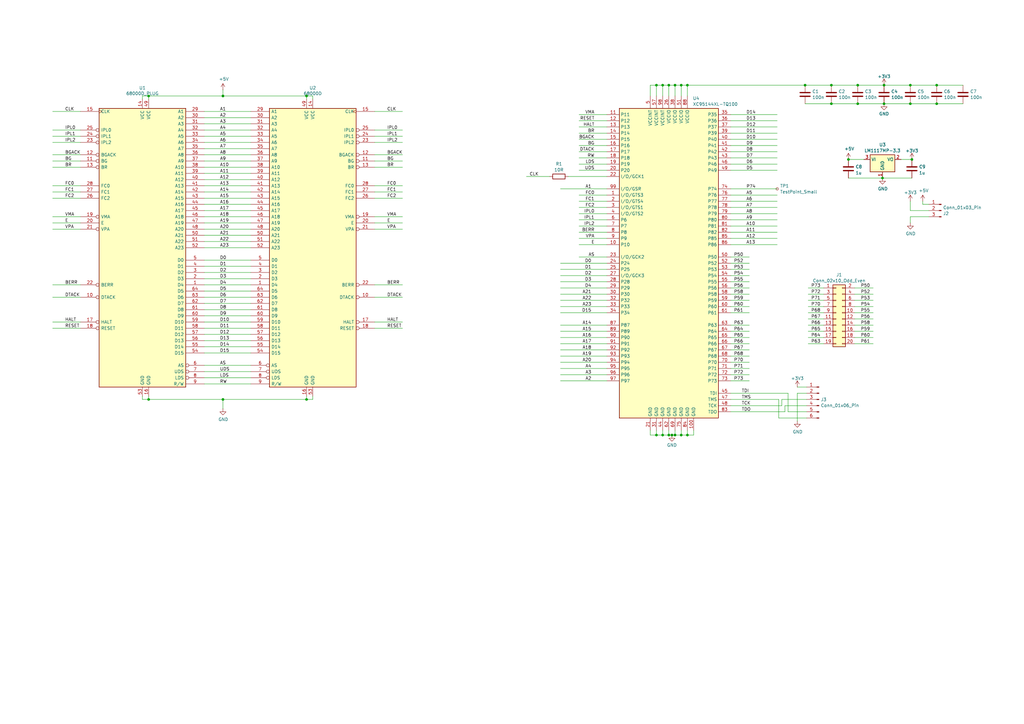
<source format=kicad_sch>
(kicad_sch (version 20231120) (generator "eeschema") (generator_version "8.0")
  (paper "A3")
  (title_block (title "68K CPLD Devboard") (date "2024-09-12") (rev "1") (company "D Henderson"))
  (lib_symbols
    (symbol "68000d_plug:68000D_PLUG" (pin_names (offset 0.762))
      (property "Reference" "U" (at 0 2.54 0))
      (property "Value" "68000D_PLUG" (at 0 -3.81 0))
      (symbol "68000D_PLUG_1_1"
        (pin bidirectional line (at 25.4 -15.24 180) (length 7.62) (name "D4") (number "1"))
        (pin output inverted (at -25.4 -20.32 0) (length 7.62) (name "DTACK") (number "10"))
        (pin input inverted (at -25.4 35.56 0) (length 7.62) (name "BG") (number "11"))
        (pin output inverted (at -25.4 38.1 0) (length 7.62) (name "BGACK") (number "12"))
        (pin output inverted (at -25.4 33.02 0) (length 7.62) (name "BR") (number "13"))
        (pin power_out line (at 0 60.96 270) (length 3.81) (name "VCC") (number "14"))
        (pin output clock (at -25.4 55.88 0) (length 7.62) (name "CLK") (number "15"))
        (pin power_in line (at 2.54 -60.96 90) (length 3.81) (name "GND") (number "16"))
        (pin bidirectional inverted (at -25.4 -30.48 0) (length 7.62) (name "HALT") (number "17"))
        (pin bidirectional inverted (at -25.4 -33.02 0) (length 7.62) (name "RESET") (number "18"))
        (pin input inverted (at -25.4 12.7 0) (length 7.62) (name "VMA") (number "19"))
        (pin bidirectional line (at 25.4 -12.7 180) (length 7.62) (name "D3") (number "2"))
        (pin input line (at -25.4 10.16 0) (length 7.62) (name "E") (number "20"))
        (pin output inverted (at -25.4 7.62 0) (length 7.62) (name "VPA") (number "21"))
        (pin output inverted (at -25.4 -15.24 0) (length 7.62) (name "BERR") (number "22"))
        (pin output inverted (at -25.4 43.18 0) (length 7.62) (name "IPL2") (number "23"))
        (pin output inverted (at -25.4 45.72 0) (length 7.62) (name "IPL1") (number "24"))
        (pin output inverted (at -25.4 48.26 0) (length 7.62) (name "IPL0") (number "25"))
        (pin input line (at -25.4 20.32 0) (length 7.62) (name "FC2") (number "26"))
        (pin input line (at -25.4 22.86 0) (length 7.62) (name "FC1") (number "27"))
        (pin input line (at -25.4 25.4 0) (length 7.62) (name "FC0") (number "28"))
        (pin input line (at 25.4 55.88 180) (length 7.62) (name "A1") (number "29"))
        (pin bidirectional line (at 25.4 -10.16 180) (length 7.62) (name "D2") (number "3"))
        (pin input line (at 25.4 53.34 180) (length 7.62) (name "A2") (number "30"))
        (pin input line (at 25.4 50.8 180) (length 7.62) (name "A3") (number "31"))
        (pin input line (at 25.4 48.26 180) (length 7.62) (name "A4") (number "32"))
        (pin input line (at 25.4 45.72 180) (length 7.62) (name "A5") (number "33"))
        (pin input line (at 25.4 43.18 180) (length 7.62) (name "A6") (number "34"))
        (pin input line (at 25.4 40.64 180) (length 7.62) (name "A7") (number "35"))
        (pin input line (at 25.4 38.1 180) (length 7.62) (name "A8") (number "36"))
        (pin input line (at 25.4 35.56 180) (length 7.62) (name "A9") (number "37"))
        (pin input line (at 25.4 33.02 180) (length 7.62) (name "A10") (number "38"))
        (pin input line (at 25.4 30.48 180) (length 7.62) (name "A11") (number "39"))
        (pin bidirectional line (at 25.4 -7.62 180) (length 7.62) (name "D1") (number "4"))
        (pin input line (at 25.4 27.94 180) (length 7.62) (name "A12") (number "40"))
        (pin input line (at 25.4 25.4 180) (length 7.62) (name "A13") (number "41"))
        (pin input line (at 25.4 22.86 180) (length 7.62) (name "A14") (number "42"))
        (pin input line (at 25.4 20.32 180) (length 7.62) (name "A15") (number "43"))
        (pin input line (at 25.4 17.78 180) (length 7.62) (name "A16") (number "44"))
        (pin input line (at 25.4 15.24 180) (length 7.62) (name "A17") (number "45"))
        (pin input line (at 25.4 12.7 180) (length 7.62) (name "A18") (number "46"))
        (pin input line (at 25.4 10.16 180) (length 7.62) (name "A19") (number "47"))
        (pin input line (at 25.4 7.62 180) (length 7.62) (name "A20") (number "48"))
        (pin power_in line (at 2.54 60.96 270) (length 3.81) (name "VCC") (number "49"))
        (pin bidirectional line (at 25.4 -5.08 180) (length 7.62) (name "D0") (number "5"))
        (pin input line (at 25.4 5.08 180) (length 7.62) (name "A21") (number "50"))
        (pin input line (at 25.4 2.54 180) (length 7.62) (name "A22") (number "51"))
        (pin input line (at 25.4 0 180) (length 7.62) (name "A23") (number "52"))
        (pin power_out line (at 0 -60.96 90) (length 3.81) (name "GND") (number "53"))
        (pin bidirectional line (at 25.4 -43.18 180) (length 7.62) (name "D15") (number "54"))
        (pin bidirectional line (at 25.4 -40.64 180) (length 7.62) (name "D14") (number "55"))
        (pin bidirectional line (at 25.4 -38.1 180) (length 7.62) (name "D13") (number "56"))
        (pin bidirectional line (at 25.4 -35.56 180) (length 7.62) (name "D12") (number "57"))
        (pin bidirectional line (at 25.4 -33.02 180) (length 7.62) (name "D11") (number "58"))
        (pin bidirectional line (at 25.4 -30.48 180) (length 7.62) (name "D10") (number "59"))
        (pin input inverted (at 25.4 -48.26 180) (length 7.62) (name "AS") (number "6"))
        (pin bidirectional line (at 25.4 -27.94 180) (length 7.62) (name "D9") (number "60"))
        (pin bidirectional line (at 25.4 -25.4 180) (length 7.62) (name "D8") (number "61"))
        (pin bidirectional line (at 25.4 -22.86 180) (length 7.62) (name "D7") (number "62"))
        (pin bidirectional line (at 25.4 -20.32 180) (length 7.62) (name "D6") (number "63"))
        (pin bidirectional line (at 25.4 -17.78 180) (length 7.62) (name "D5") (number "64"))
        (pin input inverted (at 25.4 -50.8 180) (length 7.62) (name "UDS") (number "7"))
        (pin input inverted (at 25.4 -53.34 180) (length 7.62) (name "LDS") (number "8"))
        (pin input line (at 25.4 -55.88 180) (length 7.62) (name "R/W") (number "9"))
      )
    )
    (symbol "CPLD_Xilinx:XC95144XL-TQ100"
      (property "Reference" "U" (at -20.32 64.77 0))
      (property "Value" "XC95144XL-TQ100" (at -20.32 -64.77 0))
      (symbol "XC95144XL-TQ100_1_1"
        (pin bidirectional line (at -25.4 27.94 0) (length 5.08) (name "I/O/GTS3") (number "1"))
        (pin bidirectional line (at -25.4 7.62 0) (length 5.08) (name "P10") (number "10"))
        (pin power_in line (at 10.16 -68.58 90) (length 5.08) (name "GND") (number "100"))
        (pin bidirectional line (at -25.4 60.96 0) (length 5.08) (name "P11") (number "11"))
        (pin bidirectional line (at -25.4 58.42 0) (length 5.08) (name "P12") (number "12"))
        (pin bidirectional line (at -25.4 55.88 0) (length 5.08) (name "P13") (number "13"))
        (pin bidirectional line (at -25.4 53.34 0) (length 5.08) (name "P14") (number "14"))
        (pin bidirectional line (at -25.4 50.8 0) (length 5.08) (name "P15") (number "15"))
        (pin bidirectional line (at -25.4 48.26 0) (length 5.08) (name "P16") (number "16"))
        (pin bidirectional line (at -25.4 45.72 0) (length 5.08) (name "P17") (number "17"))
        (pin bidirectional line (at -25.4 43.18 0) (length 5.08) (name "P18") (number "18"))
        (pin bidirectional line (at -25.4 40.64 0) (length 5.08) (name "P19") (number "19"))
        (pin bidirectional line (at -25.4 25.4 0) (length 5.08) (name "I/O/GTS4") (number "2"))
        (pin bidirectional line (at -25.4 38.1 0) (length 5.08) (name "P20") (number "20"))
        (pin power_in line (at -7.62 -68.58 90) (length 5.08) (name "GND") (number "21"))
        (pin bidirectional line (at -25.4 35.56 0) (length 5.08) (name "I/O/GCK1") (number "22"))
        (pin bidirectional line (at -25.4 2.54 0) (length 5.08) (name "I/O/GCK2") (number "23"))
        (pin bidirectional line (at -25.4 0 0) (length 5.08) (name "P24") (number "24"))
        (pin bidirectional line (at -25.4 -2.54 0) (length 5.08) (name "P25") (number "25"))
        (pin power_in line (at 0 68.58 270) (length 5.08) (name "VCCIO") (number "26"))
        (pin bidirectional line (at -25.4 -5.08 0) (length 5.08) (name "I/O/GCK3") (number "27"))
        (pin bidirectional line (at -25.4 -7.62 0) (length 5.08) (name "P28") (number "28"))
        (pin bidirectional line (at -25.4 -10.16 0) (length 5.08) (name "P29") (number "29"))
        (pin bidirectional line (at -25.4 22.86 0) (length 5.08) (name "I/O/GTS1") (number "3"))
        (pin bidirectional line (at -25.4 -12.7 0) (length 5.08) (name "P30") (number "30"))
        (pin power_in line (at -5.08 -68.58 90) (length 5.08) (name "GND") (number "31"))
        (pin bidirectional line (at -25.4 -15.24 0) (length 5.08) (name "P32") (number "32"))
        (pin bidirectional line (at -25.4 -17.78 0) (length 5.08) (name "P33") (number "33"))
        (pin bidirectional line (at -25.4 -20.32 0) (length 5.08) (name "P34") (number "34"))
        (pin bidirectional line (at 25.4 60.96 180) (length 5.08) (name "P35") (number "35"))
        (pin bidirectional line (at 25.4 58.42 180) (length 5.08) (name "P36") (number "36"))
        (pin bidirectional line (at 25.4 55.88 180) (length 5.08) (name "P37") (number "37"))
        (pin power_in line (at 2.54 68.58 270) (length 5.08) (name "VCCIO") (number "38"))
        (pin bidirectional line (at 25.4 53.34 180) (length 5.08) (name "P39") (number "39"))
        (pin bidirectional line (at -25.4 20.32 0) (length 5.08) (name "I/O/GTS2") (number "4"))
        (pin bidirectional line (at 25.4 50.8 180) (length 5.08) (name "P40") (number "40"))
        (pin bidirectional line (at 25.4 48.26 180) (length 5.08) (name "P41") (number "41"))
        (pin bidirectional line (at 25.4 45.72 180) (length 5.08) (name "P42") (number "42"))
        (pin bidirectional line (at 25.4 43.18 180) (length 5.08) (name "P43") (number "43"))
        (pin power_in line (at -2.54 -68.58 90) (length 5.08) (name "GND") (number "44"))
        (pin input line (at 25.4 -53.34 180) (length 5.08) (name "TDI") (number "45"))
        (pin bidirectional line (at 25.4 40.64 180) (length 5.08) (name "P46") (number "46"))
        (pin input line (at 25.4 -55.88 180) (length 5.08) (name "TMS") (number "47"))
        (pin input line (at 25.4 -58.42 180) (length 5.08) (name "TCK") (number "48"))
        (pin bidirectional line (at 25.4 38.1 180) (length 5.08) (name "P49") (number "49"))
        (pin power_in line (at -7.62 68.58 270) (length 5.08) (name "VCCINT") (number "5"))
        (pin bidirectional line (at 25.4 2.54 180) (length 5.08) (name "P50") (number "50"))
        (pin power_in line (at 5.08 68.58 270) (length 5.08) (name "VCCIO") (number "51"))
        (pin bidirectional line (at 25.4 0 180) (length 5.08) (name "P52") (number "52"))
        (pin bidirectional line (at 25.4 -2.54 180) (length 5.08) (name "P53") (number "53"))
        (pin bidirectional line (at 25.4 -5.08 180) (length 5.08) (name "P54") (number "54"))
        (pin bidirectional line (at 25.4 -7.62 180) (length 5.08) (name "P55") (number "55"))
        (pin bidirectional line (at 25.4 -10.16 180) (length 5.08) (name "P56") (number "56"))
        (pin power_in line (at -5.08 68.58 270) (length 5.08) (name "VCCINT") (number "57"))
        (pin bidirectional line (at 25.4 -12.7 180) (length 5.08) (name "P58") (number "58"))
        (pin bidirectional line (at 25.4 -15.24 180) (length 5.08) (name "P59") (number "59"))
        (pin bidirectional line (at -25.4 17.78 0) (length 5.08) (name "P6") (number "6"))
        (pin bidirectional line (at 25.4 -17.78 180) (length 5.08) (name "P60") (number "60"))
        (pin bidirectional line (at 25.4 -20.32 180) (length 5.08) (name "P61") (number "61"))
        (pin power_in line (at 0 -68.58 90) (length 5.08) (name "GND") (number "62"))
        (pin bidirectional line (at 25.4 -25.4 180) (length 5.08) (name "P63") (number "63"))
        (pin bidirectional line (at 25.4 -27.94 180) (length 5.08) (name "P64") (number "64"))
        (pin bidirectional line (at 25.4 -30.48 180) (length 5.08) (name "P65") (number "65"))
        (pin bidirectional line (at 25.4 -33.02 180) (length 5.08) (name "P66") (number "66"))
        (pin bidirectional line (at 25.4 -35.56 180) (length 5.08) (name "P67") (number "67"))
        (pin bidirectional line (at 25.4 -38.1 180) (length 5.08) (name "P68") (number "68"))
        (pin power_in line (at 2.54 -68.58 90) (length 5.08) (name "GND") (number "69"))
        (pin bidirectional line (at -25.4 15.24 0) (length 5.08) (name "P7") (number "7"))
        (pin bidirectional line (at 25.4 -40.64 180) (length 5.08) (name "P70") (number "70"))
        (pin bidirectional line (at 25.4 -43.18 180) (length 5.08) (name "P71") (number "71"))
        (pin bidirectional line (at 25.4 -45.72 180) (length 5.08) (name "P72") (number "72"))
        (pin bidirectional line (at 25.4 -48.26 180) (length 5.08) (name "P73") (number "73"))
        (pin bidirectional line (at 25.4 30.48 180) (length 5.08) (name "P74") (number "74"))
        (pin power_in line (at 5.08 -68.58 90) (length 5.08) (name "GND") (number "75"))
        (pin bidirectional line (at 25.4 27.94 180) (length 5.08) (name "P76") (number "76"))
        (pin bidirectional line (at 25.4 25.4 180) (length 5.08) (name "P77") (number "77"))
        (pin bidirectional line (at 25.4 22.86 180) (length 5.08) (name "P78") (number "78"))
        (pin bidirectional line (at 25.4 20.32 180) (length 5.08) (name "P79") (number "79"))
        (pin bidirectional line (at -25.4 12.7 0) (length 5.08) (name "P8") (number "8"))
        (pin bidirectional line (at 25.4 17.78 180) (length 5.08) (name "P80") (number "80"))
        (pin bidirectional line (at 25.4 15.24 180) (length 5.08) (name "P81") (number "81"))
        (pin bidirectional line (at 25.4 12.7 180) (length 5.08) (name "P82") (number "82"))
        (pin output line (at 25.4 -60.96 180) (length 5.08) (name "TDO") (number "83"))
        (pin power_in line (at 7.62 -68.58 90) (length 5.08) (name "GND") (number "84"))
        (pin bidirectional line (at 25.4 10.16 180) (length 5.08) (name "P85") (number "85"))
        (pin bidirectional line (at 25.4 7.62 180) (length 5.08) (name "P86") (number "86"))
        (pin bidirectional line (at -25.4 -25.4 0) (length 5.08) (name "P87") (number "87"))
        (pin power_in line (at 7.62 68.58 270) (length 5.08) (name "VCCIO") (number "88"))
        (pin bidirectional line (at -25.4 -27.94 0) (length 5.08) (name "P89") (number "89"))
        (pin bidirectional line (at -25.4 10.16 0) (length 5.08) (name "P9") (number "9"))
        (pin bidirectional line (at -25.4 -30.48 0) (length 5.08) (name "P90") (number "90"))
        (pin bidirectional line (at -25.4 -33.02 0) (length 5.08) (name "P91") (number "91"))
        (pin bidirectional line (at -25.4 -35.56 0) (length 5.08) (name "P92") (number "92"))
        (pin bidirectional line (at -25.4 -38.1 0) (length 5.08) (name "P93") (number "93"))
        (pin bidirectional line (at -25.4 -40.64 0) (length 5.08) (name "P94") (number "94"))
        (pin bidirectional line (at -25.4 -43.18 0) (length 5.08) (name "P95") (number "95"))
        (pin bidirectional line (at -25.4 -45.72 0) (length 5.08) (name "P96") (number "96"))
        (pin bidirectional line (at -25.4 -48.26 0) (length 5.08) (name "P97") (number "97"))
        (pin power_in line (at -2.54 68.58 270) (length 5.08) (name "VCCINT") (number "98"))
        (pin bidirectional line (at -25.4 30.48 0) (length 5.08) (name "I/O/GSR") (number "99"))
      )
    )
    (symbol "CPU_NXP_68000:68000D" (pin_names (offset 0.762))
      (property "Reference" "U" (at 0 2.54 0))
      (property "Value" "68000D" (at 0 -3.81 0))
      (symbol "68000D_1_1"
        (pin bidirectional line (at 25.4 -15.24 180) (length 7.62) (name "D4") (number "1"))
        (pin input inverted (at -25.4 -20.32 0) (length 7.62) (name "DTACK") (number "10"))
        (pin output inverted (at -25.4 35.56 0) (length 7.62) (name "BG") (number "11"))
        (pin input inverted (at -25.4 38.1 0) (length 7.62) (name "BGACK") (number "12"))
        (pin input inverted (at -25.4 33.02 0) (length 7.62) (name "BR") (number "13"))
        (pin power_in line (at 0 60.96 270) (length 3.81) (name "VCC") (number "14"))
        (pin input clock (at -25.4 55.88 0) (length 7.62) (name "CLK") (number "15"))
        (pin power_in line (at 2.54 -60.96 90) (length 3.81) (name "GND") (number "16"))
        (pin bidirectional inverted (at -25.4 -30.48 0) (length 7.62) (name "HALT") (number "17"))
        (pin bidirectional inverted (at -25.4 -33.02 0) (length 7.62) (name "RESET") (number "18"))
        (pin output inverted (at -25.4 12.7 0) (length 7.62) (name "VMA") (number "19"))
        (pin bidirectional line (at 25.4 -12.7 180) (length 7.62) (name "D3") (number "2"))
        (pin output line (at -25.4 10.16 0) (length 7.62) (name "E") (number "20"))
        (pin input inverted (at -25.4 7.62 0) (length 7.62) (name "VPA") (number "21"))
        (pin input inverted (at -25.4 -15.24 0) (length 7.62) (name "BERR") (number "22"))
        (pin input inverted (at -25.4 43.18 0) (length 7.62) (name "IPL2") (number "23"))
        (pin input inverted (at -25.4 45.72 0) (length 7.62) (name "IPL1") (number "24"))
        (pin input inverted (at -25.4 48.26 0) (length 7.62) (name "IPL0") (number "25"))
        (pin output line (at -25.4 20.32 0) (length 7.62) (name "FC2") (number "26"))
        (pin output line (at -25.4 22.86 0) (length 7.62) (name "FC1") (number "27"))
        (pin output line (at -25.4 25.4 0) (length 7.62) (name "FC0") (number "28"))
        (pin output line (at 25.4 55.88 180) (length 7.62) (name "A1") (number "29"))
        (pin bidirectional line (at 25.4 -10.16 180) (length 7.62) (name "D2") (number "3"))
        (pin output line (at 25.4 53.34 180) (length 7.62) (name "A2") (number "30"))
        (pin output line (at 25.4 50.8 180) (length 7.62) (name "A3") (number "31"))
        (pin output line (at 25.4 48.26 180) (length 7.62) (name "A4") (number "32"))
        (pin output line (at 25.4 45.72 180) (length 7.62) (name "A5") (number "33"))
        (pin output line (at 25.4 43.18 180) (length 7.62) (name "A6") (number "34"))
        (pin output line (at 25.4 40.64 180) (length 7.62) (name "A7") (number "35"))
        (pin output line (at 25.4 38.1 180) (length 7.62) (name "A8") (number "36"))
        (pin output line (at 25.4 35.56 180) (length 7.62) (name "A9") (number "37"))
        (pin output line (at 25.4 33.02 180) (length 7.62) (name "A10") (number "38"))
        (pin output line (at 25.4 30.48 180) (length 7.62) (name "A11") (number "39"))
        (pin bidirectional line (at 25.4 -7.62 180) (length 7.62) (name "D1") (number "4"))
        (pin output line (at 25.4 27.94 180) (length 7.62) (name "A12") (number "40"))
        (pin output line (at 25.4 25.4 180) (length 7.62) (name "A13") (number "41"))
        (pin output line (at 25.4 22.86 180) (length 7.62) (name "A14") (number "42"))
        (pin output line (at 25.4 20.32 180) (length 7.62) (name "A15") (number "43"))
        (pin output line (at 25.4 17.78 180) (length 7.62) (name "A16") (number "44"))
        (pin output line (at 25.4 15.24 180) (length 7.62) (name "A17") (number "45"))
        (pin output line (at 25.4 12.7 180) (length 7.62) (name "A18") (number "46"))
        (pin output line (at 25.4 10.16 180) (length 7.62) (name "A19") (number "47"))
        (pin output line (at 25.4 7.62 180) (length 7.62) (name "A20") (number "48"))
        (pin power_in line (at 2.54 60.96 270) (length 3.81) (name "VCC") (number "49"))
        (pin bidirectional line (at 25.4 -5.08 180) (length 7.62) (name "D0") (number "5"))
        (pin output line (at 25.4 5.08 180) (length 7.62) (name "A21") (number "50"))
        (pin output line (at 25.4 2.54 180) (length 7.62) (name "A22") (number "51"))
        (pin output line (at 25.4 0 180) (length 7.62) (name "A23") (number "52"))
        (pin power_in line (at 0 -60.96 90) (length 3.81) (name "GND") (number "53"))
        (pin bidirectional line (at 25.4 -43.18 180) (length 7.62) (name "D15") (number "54"))
        (pin bidirectional line (at 25.4 -40.64 180) (length 7.62) (name "D14") (number "55"))
        (pin bidirectional line (at 25.4 -38.1 180) (length 7.62) (name "D13") (number "56"))
        (pin bidirectional line (at 25.4 -35.56 180) (length 7.62) (name "D12") (number "57"))
        (pin bidirectional line (at 25.4 -33.02 180) (length 7.62) (name "D11") (number "58"))
        (pin bidirectional line (at 25.4 -30.48 180) (length 7.62) (name "D10") (number "59"))
        (pin output inverted (at 25.4 -48.26 180) (length 7.62) (name "AS") (number "6"))
        (pin bidirectional line (at 25.4 -27.94 180) (length 7.62) (name "D9") (number "60"))
        (pin bidirectional line (at 25.4 -25.4 180) (length 7.62) (name "D8") (number "61"))
        (pin bidirectional line (at 25.4 -22.86 180) (length 7.62) (name "D7") (number "62"))
        (pin bidirectional line (at 25.4 -20.32 180) (length 7.62) (name "D6") (number "63"))
        (pin bidirectional line (at 25.4 -17.78 180) (length 7.62) (name "D5") (number "64"))
        (pin output inverted (at 25.4 -50.8 180) (length 7.62) (name "UDS") (number "7"))
        (pin output inverted (at 25.4 -53.34 180) (length 7.62) (name "LDS") (number "8"))
        (pin output line (at 25.4 -55.88 180) (length 7.62) (name "R/W") (number "9"))
      )
    )
    (symbol "Connector:Conn_01x03_Pin" (pin_names (offset 1.016) hide)
      (property "Reference" "J" (at 0 5.08 0))
      (property "Value" "Conn_01x03_Pin" (at 0 -5.08 0))
      (symbol "Conn_01x03_Pin_1_1"
        (pin passive line (at 5.08 2.54 180) (length 3.81) (name "Pin_1") (number "1"))
        (pin passive line (at 5.08 0 180) (length 3.81) (name "Pin_2") (number "2"))
        (pin passive line (at 5.08 -2.54 180) (length 3.81) (name "Pin_3") (number "3"))
      )
    )
    (symbol "Connector:Conn_01x06_Pin" (pin_names (offset 1.016) hide)
      (property "Reference" "J" (at 0 7.62 0))
      (property "Value" "Conn_01x06_Pin" (at 0 -10.16 0))
      (symbol "Conn_01x06_Pin_1_1"
        (pin passive line (at 5.08 5.08 180) (length 3.81) (name "Pin_1") (number "1"))
        (pin passive line (at 5.08 2.54 180) (length 3.81) (name "Pin_2") (number "2"))
        (pin passive line (at 5.08 0 180) (length 3.81) (name "Pin_3") (number "3"))
        (pin passive line (at 5.08 -2.54 180) (length 3.81) (name "Pin_4") (number "4"))
        (pin passive line (at 5.08 -5.08 180) (length 3.81) (name "Pin_5") (number "5"))
        (pin passive line (at 5.08 -7.62 180) (length 3.81) (name "Pin_6") (number "6"))
      )
    )
    (symbol "Connector:TestPoint_Small" (pin_numbers hide) (pin_names (offset 0.762) hide)
      (property "Reference" "TP" (at 0 3.81 0))
      (property "Value" "TestPoint_Small" (at 0 2.032 0))
      (symbol "TestPoint_Small_1_1"
        (pin passive line (at 0 0 90) (length 0) (name "1") (number "1"))
      )
    )
    (symbol "Connector_Generic:Conn_02x10_Odd_Even" (pin_names (offset 1.016) hide)
      (property "Reference" "J" (at 1.27 12.7 0))
      (property "Value" "Conn_02x10_Odd_Even" (at 1.27 -15.24 0))
      (symbol "Conn_02x10_Odd_Even_1_1"
        (pin passive line (at -5.08 10.16 0) (length 3.81) (name "Pin_1") (number "1"))
        (pin passive line (at 7.62 0 180) (length 3.81) (name "Pin_10") (number "10"))
        (pin passive line (at -5.08 -2.54 0) (length 3.81) (name "Pin_11") (number "11"))
        (pin passive line (at 7.62 -2.54 180) (length 3.81) (name "Pin_12") (number "12"))
        (pin passive line (at -5.08 -5.08 0) (length 3.81) (name "Pin_13") (number "13"))
        (pin passive line (at 7.62 -5.08 180) (length 3.81) (name "Pin_14") (number "14"))
        (pin passive line (at -5.08 -7.62 0) (length 3.81) (name "Pin_15") (number "15"))
        (pin passive line (at 7.62 -7.62 180) (length 3.81) (name "Pin_16") (number "16"))
        (pin passive line (at -5.08 -10.16 0) (length 3.81) (name "Pin_17") (number "17"))
        (pin passive line (at 7.62 -10.16 180) (length 3.81) (name "Pin_18") (number "18"))
        (pin passive line (at -5.08 -12.7 0) (length 3.81) (name "Pin_19") (number "19"))
        (pin passive line (at 7.62 10.16 180) (length 3.81) (name "Pin_2") (number "2"))
        (pin passive line (at 7.62 -12.7 180) (length 3.81) (name "Pin_20") (number "20"))
        (pin passive line (at -5.08 7.62 0) (length 3.81) (name "Pin_3") (number "3"))
        (pin passive line (at 7.62 7.62 180) (length 3.81) (name "Pin_4") (number "4"))
        (pin passive line (at -5.08 5.08 0) (length 3.81) (name "Pin_5") (number "5"))
        (pin passive line (at 7.62 5.08 180) (length 3.81) (name "Pin_6") (number "6"))
        (pin passive line (at -5.08 2.54 0) (length 3.81) (name "Pin_7") (number "7"))
        (pin passive line (at 7.62 2.54 180) (length 3.81) (name "Pin_8") (number "8"))
        (pin passive line (at -5.08 0 0) (length 3.81) (name "Pin_9") (number "9"))
      )
    )
    (symbol "Device:C" (pin_numbers hide) (pin_names (offset 0.254))
      (property "Reference" "C" (at 0.635 2.54 0))
      (property "Value" "C" (at 0.635 -2.54 0))
      (symbol "C_1_1"
        (pin passive line (at 0 3.81 270) (length 2.794) (name "~") (number "1"))
        (pin passive line (at 0 -3.81 90) (length 2.794) (name "~") (number "2"))
      )
    )
    (symbol "Device:R" (pin_numbers hide) (pin_names (offset 0))
      (property "Reference" "R" (at 2.032 0 90))
      (property "Value" "R" (at 0 0 90))
      (symbol "R_1_1"
        (pin passive line (at 0 3.81 270) (length 1.27) (name "~") (number "1"))
        (pin passive line (at 0 -3.81 90) (length 1.27) (name "~") (number "2"))
      )
    )
    (symbol "Regulator_Linear:LM1117MP-3.3"
      (property "Reference" "U" (at -3.81 3.175 0))
      (property "Value" "LM1117MP-3.3" (at 0 3.175 0))
      (symbol "LM1117MP-3.3_1_1"
        (pin power_in line (at 0 -7.62 90) (length 2.54) (name "GND") (number "1"))
        (pin power_out line (at 7.62 0 180) (length 2.54) (name "VO") (number "2"))
        (pin power_in line (at -7.62 0 0) (length 2.54) (name "VI") (number "3"))
      )
    )
    (symbol "power:+3V3" (power) (pin_numbers hide) (pin_names (offset 0) hide)
      (property "Value" "+3V3" (at 0 3.556 0))
      (symbol "+3V3_1_1"
        (pin power_in line (at 0 0 90) (length 0) (name "~") (number "1"))
      )
    )
    (symbol "power:+5V" (power) (pin_numbers hide) (pin_names (offset 0) hide)
      (property "Value" "+5V" (at 0 3.556 0))
      (symbol "+5V_1_1"
        (pin power_in line (at 0 0 90) (length 0) (name "~") (number "1"))
      )
    )
    (symbol "power:GND" (power) (pin_numbers hide) (pin_names (offset 0) hide)
      (property "Value" "GND" (at 0 -3.81 0))
      (symbol "GND_1_1"
        (pin power_in line (at 0 0 270) (length 0) (name "~") (number "1"))
      )
    )
  )
  (junction (at 274.32 178.435))
  (junction (at 91.44 39.37))
  (junction (at 347.98 65.405))
  (junction (at 362.585 34.925))
  (junction (at 281.94 34.925))
  (junction (at 125.73 39.37))
  (junction (at 276.86 178.435))
  (junction (at 60.96 163.83))
  (junction (at 271.78 34.925))
  (junction (at 271.78 178.435))
  (junction (at 351.79 34.925))
  (junction (at 279.4 34.925))
  (junction (at 281.94 178.435))
  (junction (at 373.38 42.545))
  (junction (at 91.44 163.83))
  (junction (at 340.995 42.545))
  (junction (at 374.015 65.405))
  (junction (at 269.24 34.925))
  (junction (at 274.32 34.925))
  (junction (at 330.2 34.925))
  (junction (at 362.585 42.545))
  (junction (at 275.59 178.435))
  (junction (at 276.86 34.925))
  (junction (at 351.79 42.545))
  (junction (at 384.175 34.925))
  (junction (at 60.96 39.37))
  (junction (at 361.95 73.025))
  (junction (at 125.73 163.83))
  (junction (at 279.4 178.435))
  (junction (at 373.38 34.925))
  (junction (at 384.175 42.545))
  (junction (at 340.995 34.925))
  (junction (at 269.24 178.435))
  (wire (pts (xy 102.87 68.58) (xy 83.82 68.58)))
  (wire (pts (xy 318.77 49.53) (xy 299.72 49.53)))
  (wire (pts (xy 83.82 83.82) (xy 102.87 83.82)))
  (wire (pts (xy 165.1 91.44) (xy 153.67 91.44)))
  (wire (pts (xy 83.82 137.16) (xy 102.87 137.16)))
  (wire (pts (xy 299.72 110.49) (xy 307.34 110.49)))
  (wire (pts (xy 33.02 53.34) (xy 21.59 53.34)))
  (wire (pts (xy 276.86 34.925) (xy 276.86 39.37)))
  (wire (pts (xy 271.78 34.925) (xy 274.32 34.925)))
  (wire (pts (xy 165.1 93.98) (xy 153.67 93.98)))
  (wire (pts (xy 321.945 168.91) (xy 299.72 168.91)))
  (wire (pts (xy 299.72 90.17) (xy 318.77 90.17)))
  (wire (pts (xy 102.87 154.94) (xy 83.82 154.94)))
  (wire (pts (xy 237.49 46.99) (xy 248.92 46.99)))
  (wire (pts (xy 33.02 116.84) (xy 21.59 116.84)))
  (wire (pts (xy 83.82 96.52) (xy 102.87 96.52)))
  (wire (pts (xy 269.24 178.435) (xy 271.78 178.435)))
  (wire (pts (xy 299.72 156.21) (xy 307.34 156.21)))
  (wire (pts (xy 229.87 118.11) (xy 248.92 118.11)))
  (wire (pts (xy 327.025 161.29) (xy 327.025 172.72)))
  (wire (pts (xy 276.86 176.53) (xy 276.86 178.435)))
  (wire (pts (xy 125.73 39.37) (xy 125.73 40.64)))
  (wire (pts (xy 237.49 92.71) (xy 248.92 92.71)))
  (wire (pts (xy 102.87 86.36) (xy 83.82 86.36)))
  (wire (pts (xy 331.47 135.89) (xy 337.82 135.89)))
  (wire (pts (xy 358.14 133.35) (xy 350.52 133.35)))
  (wire (pts (xy 102.87 45.72) (xy 83.82 45.72)))
  (wire (pts (xy 165.1 116.84) (xy 153.67 116.84)))
  (wire (pts (xy 373.38 82.55) (xy 373.38 86.36)))
  (wire (pts (xy 299.72 52.07) (xy 318.77 52.07)))
  (wire (pts (xy 271.78 34.925) (xy 271.78 39.37)))
  (wire (pts (xy 229.87 110.49) (xy 248.92 110.49)))
  (wire (pts (xy 384.175 34.925) (xy 373.38 34.925)))
  (wire (pts (xy 378.46 82.55) (xy 378.46 83.82)))
  (wire (pts (xy 237.49 100.33) (xy 248.92 100.33)))
  (wire (pts (xy 362.585 34.925) (xy 351.79 34.925)))
  (wire (pts (xy 33.02 88.9) (xy 21.59 88.9)))
  (wire (pts (xy 33.02 134.62) (xy 21.59 134.62)))
  (wire (pts (xy 83.82 53.34) (xy 102.87 53.34)))
  (wire (pts (xy 358.14 120.65) (xy 350.52 120.65)))
  (wire (pts (xy 125.73 163.83) (xy 128.27 163.83)))
  (wire (pts (xy 248.92 138.43) (xy 229.87 138.43)))
  (wire (pts (xy 83.82 132.08) (xy 102.87 132.08)))
  (wire (pts (xy 274.32 178.435) (xy 275.59 178.435)))
  (wire (pts (xy 358.14 138.43) (xy 350.52 138.43)))
  (wire (pts (xy 102.87 99.06) (xy 83.82 99.06)))
  (wire (pts (xy 347.98 65.405) (xy 354.33 65.405)))
  (wire (pts (xy 331.47 118.11) (xy 337.82 118.11)))
  (wire (pts (xy 331.47 120.65) (xy 337.82 120.65)))
  (wire (pts (xy 33.02 68.58) (xy 21.59 68.58)))
  (wire (pts (xy 281.94 34.925) (xy 281.94 39.37)))
  (wire (pts (xy 33.02 66.04) (xy 21.59 66.04)))
  (wire (pts (xy 102.87 139.7) (xy 83.82 139.7)))
  (wire (pts (xy 60.96 162.56) (xy 60.96 163.83)))
  (wire (pts (xy 275.59 178.435) (xy 276.86 178.435)))
  (wire (pts (xy 165.1 58.42) (xy 153.67 58.42)))
  (wire (pts (xy 266.7 34.925) (xy 269.24 34.925)))
  (wire (pts (xy 248.92 64.77) (xy 237.49 64.77)))
  (wire (pts (xy 381 86.36) (xy 373.38 86.36)))
  (wire (pts (xy 274.32 34.925) (xy 274.32 39.37)))
  (wire (pts (xy 362.585 42.545) (xy 373.38 42.545)))
  (wire (pts (xy 381 83.82) (xy 378.46 83.82)))
  (wire (pts (xy 102.87 109.22) (xy 83.82 109.22)))
  (wire (pts (xy 299.72 163.83) (xy 319.405 163.83)))
  (wire (pts (xy 279.4 178.435) (xy 281.94 178.435)))
  (wire (pts (xy 125.73 163.83) (xy 125.73 162.56)))
  (wire (pts (xy 102.87 73.66) (xy 83.82 73.66)))
  (wire (pts (xy 83.82 76.2) (xy 102.87 76.2)))
  (wire (pts (xy 358.14 130.81) (xy 350.52 130.81)))
  (wire (pts (xy 373.38 34.925) (xy 362.585 34.925)))
  (wire (pts (xy 165.1 66.04) (xy 153.67 66.04)))
  (wire (pts (xy 237.49 69.85) (xy 248.92 69.85)))
  (wire (pts (xy 331.47 130.81) (xy 337.82 130.81)))
  (wire (pts (xy 269.24 34.925) (xy 269.24 39.37)))
  (wire (pts (xy 319.405 171.45) (xy 330.835 171.45)))
  (wire (pts (xy 299.72 143.51) (xy 307.34 143.51)))
  (wire (pts (xy 237.49 52.07) (xy 248.92 52.07)))
  (wire (pts (xy 33.02 81.28) (xy 21.59 81.28)))
  (wire (pts (xy 299.72 140.97) (xy 307.34 140.97)))
  (wire (pts (xy 340.995 42.545) (xy 351.79 42.545)))
  (wire (pts (xy 299.72 146.05) (xy 307.34 146.05)))
  (wire (pts (xy 318.77 54.61) (xy 299.72 54.61)))
  (wire (pts (xy 165.1 121.92) (xy 153.67 121.92)))
  (wire (pts (xy 351.79 34.925) (xy 340.995 34.925)))
  (wire (pts (xy 83.82 106.68) (xy 102.87 106.68)))
  (wire (pts (xy 269.24 34.925) (xy 271.78 34.925)))
  (wire (pts (xy 307.34 105.41) (xy 299.72 105.41)))
  (wire (pts (xy 299.72 153.67) (xy 307.34 153.67)))
  (wire (pts (xy 248.92 128.27) (xy 229.87 128.27)))
  (wire (pts (xy 299.72 148.59) (xy 307.34 148.59)))
  (wire (pts (xy 237.49 62.23) (xy 248.92 62.23)))
  (wire (pts (xy 83.82 71.12) (xy 102.87 71.12)))
  (wire (pts (xy 279.4 34.925) (xy 276.86 34.925)))
  (wire (pts (xy 102.87 127) (xy 83.82 127)))
  (wire (pts (xy 165.1 76.2) (xy 153.67 76.2)))
  (wire (pts (xy 83.82 124.46) (xy 102.87 124.46)))
  (wire (pts (xy 83.82 101.6) (xy 102.87 101.6)))
  (wire (pts (xy 281.94 34.925) (xy 279.4 34.925)))
  (wire (pts (xy 361.95 73.025) (xy 374.015 73.025)))
  (wire (pts (xy 60.96 163.83) (xy 91.44 163.83)))
  (wire (pts (xy 102.87 129.54) (xy 83.82 129.54)))
  (wire (pts (xy 331.47 125.73) (xy 337.82 125.73)))
  (wire (pts (xy 330.2 42.545) (xy 340.995 42.545)))
  (wire (pts (xy 165.1 81.28) (xy 153.67 81.28)))
  (wire (pts (xy 358.14 125.73) (xy 350.52 125.73)))
  (wire (pts (xy 229.87 133.35) (xy 248.92 133.35)))
  (wire (pts (xy 165.1 88.9) (xy 153.67 88.9)))
  (wire (pts (xy 307.34 133.35) (xy 299.72 133.35)))
  (wire (pts (xy 381 88.9) (xy 373.38 88.9)))
  (wire (pts (xy 318.77 92.71) (xy 299.72 92.71)))
  (wire (pts (xy 33.02 76.2) (xy 21.59 76.2)))
  (wire (pts (xy 165.1 68.58) (xy 153.67 68.58)))
  (wire (pts (xy 323.215 161.29) (xy 323.215 168.91)))
  (wire (pts (xy 237.49 49.53) (xy 248.92 49.53)))
  (wire (pts (xy 165.1 53.34) (xy 153.67 53.34)))
  (wire (pts (xy 83.82 88.9) (xy 102.87 88.9)))
  (wire (pts (xy 318.77 87.63) (xy 299.72 87.63)))
  (wire (pts (xy 237.49 90.17) (xy 248.92 90.17)))
  (wire (pts (xy 237.49 97.79) (xy 248.92 97.79)))
  (wire (pts (xy 83.82 119.38) (xy 102.87 119.38)))
  (wire (pts (xy 237.49 85.09) (xy 248.92 85.09)))
  (wire (pts (xy 266.7 176.53) (xy 266.7 178.435)))
  (wire (pts (xy 281.94 178.435) (xy 284.48 178.435)))
  (wire (pts (xy 299.72 135.89) (xy 307.34 135.89)))
  (wire (pts (xy 237.49 95.25) (xy 248.92 95.25)))
  (wire (pts (xy 279.4 34.925) (xy 279.4 39.37)))
  (wire (pts (xy 165.1 45.72) (xy 153.67 45.72)))
  (wire (pts (xy 237.49 87.63) (xy 248.92 87.63)))
  (wire (pts (xy 331.47 128.27) (xy 337.82 128.27)))
  (wire (pts (xy 299.72 166.37) (xy 320.675 166.37)))
  (wire (pts (xy 307.34 118.11) (xy 299.72 118.11)))
  (wire (pts (xy 102.87 58.42) (xy 83.82 58.42)))
  (wire (pts (xy 83.82 66.04) (xy 102.87 66.04)))
  (wire (pts (xy 299.72 138.43) (xy 307.34 138.43)))
  (wire (pts (xy 299.72 57.15) (xy 318.77 57.15)))
  (wire (pts (xy 83.82 111.76) (xy 102.87 111.76)))
  (wire (pts (xy 165.1 78.74) (xy 153.67 78.74)))
  (wire (pts (xy 33.02 55.88) (xy 21.59 55.88)))
  (wire (pts (xy 373.38 88.9) (xy 373.38 91.44)))
  (wire (pts (xy 215.9 72.39) (xy 225.425 72.39)))
  (wire (pts (xy 373.38 42.545) (xy 384.175 42.545)))
  (wire (pts (xy 102.87 157.48) (xy 83.82 157.48)))
  (wire (pts (xy 58.42 163.83) (xy 60.96 163.83)))
  (wire (pts (xy 299.72 107.95) (xy 307.34 107.95)))
  (wire (pts (xy 384.175 42.545) (xy 394.97 42.545)))
  (wire (pts (xy 299.72 95.25) (xy 318.77 95.25)))
  (wire (pts (xy 91.44 163.83) (xy 125.73 163.83)))
  (wire (pts (xy 330.835 161.29) (xy 327.025 161.29)))
  (wire (pts (xy 229.87 153.67) (xy 248.92 153.67)))
  (wire (pts (xy 299.72 151.13) (xy 307.34 151.13)))
  (wire (pts (xy 83.82 60.96) (xy 102.87 60.96)))
  (wire (pts (xy 33.02 45.72) (xy 21.59 45.72)))
  (wire (pts (xy 102.87 81.28) (xy 83.82 81.28)))
  (wire (pts (xy 33.02 121.92) (xy 21.59 121.92)))
  (wire (pts (xy 83.82 152.4) (xy 102.87 152.4)))
  (wire (pts (xy 165.1 55.88) (xy 153.67 55.88)))
  (wire (pts (xy 323.215 168.91) (xy 330.835 168.91)))
  (wire (pts (xy 299.72 123.19) (xy 307.34 123.19)))
  (wire (pts (xy 281.94 176.53) (xy 281.94 178.435)))
  (wire (pts (xy 237.49 80.01) (xy 248.92 80.01)))
  (wire (pts (xy 102.87 134.62) (xy 83.82 134.62)))
  (wire (pts (xy 102.87 63.5) (xy 83.82 63.5)))
  (wire (pts (xy 33.02 91.44) (xy 21.59 91.44)))
  (wire (pts (xy 331.47 140.97) (xy 337.82 140.97)))
  (wire (pts (xy 321.945 166.37) (xy 321.945 168.91)))
  (wire (pts (xy 165.1 134.62) (xy 153.67 134.62)))
  (wire (pts (xy 271.78 178.435) (xy 274.32 178.435)))
  (wire (pts (xy 307.34 113.03) (xy 299.72 113.03)))
  (wire (pts (xy 351.79 42.545) (xy 362.585 42.545)))
  (wire (pts (xy 229.87 77.47) (xy 248.92 77.47)))
  (wire (pts (xy 299.72 120.65) (xy 307.34 120.65)))
  (wire (pts (xy 307.34 128.27) (xy 299.72 128.27)))
  (wire (pts (xy 102.87 116.84) (xy 83.82 116.84)))
  (wire (pts (xy 276.86 34.925) (xy 274.32 34.925)))
  (wire (pts (xy 33.02 78.74) (xy 21.59 78.74)))
  (wire (pts (xy 319.405 163.83) (xy 319.405 171.45)))
  (wire (pts (xy 102.87 114.3) (xy 83.82 114.3)))
  (wire (pts (xy 102.87 121.92) (xy 83.82 121.92)))
  (wire (pts (xy 321.945 166.37) (xy 330.835 166.37)))
  (wire (pts (xy 33.02 63.5) (xy 21.59 63.5)))
  (wire (pts (xy 33.02 93.98) (xy 21.59 93.98)))
  (wire (pts (xy 347.98 73.025) (xy 361.95 73.025)))
  (wire (pts (xy 102.87 149.86) (xy 83.82 149.86)))
  (wire (pts (xy 248.92 67.31) (xy 237.49 67.31)))
  (wire (pts (xy 271.78 176.53) (xy 271.78 178.435)))
  (wire (pts (xy 102.87 78.74) (xy 83.82 78.74)))
  (wire (pts (xy 229.87 140.97) (xy 248.92 140.97)))
  (wire (pts (xy 248.92 105.41) (xy 237.49 105.41)))
  (wire (pts (xy 102.87 142.24) (xy 83.82 142.24)))
  (wire (pts (xy 229.87 146.05) (xy 248.92 146.05)))
  (wire (pts (xy 299.72 115.57) (xy 307.34 115.57)))
  (wire (pts (xy 237.49 54.61) (xy 248.92 54.61)))
  (wire (pts (xy 33.02 132.08) (xy 21.59 132.08)))
  (wire (pts (xy 60.96 39.37) (xy 60.96 40.64)))
  (wire (pts (xy 248.92 120.65) (xy 229.87 120.65)))
  (wire (pts (xy 318.77 67.31) (xy 299.72 67.31)))
  (wire (pts (xy 358.14 128.27) (xy 350.52 128.27)))
  (wire (pts (xy 299.72 161.29) (xy 323.215 161.29)))
  (wire (pts (xy 248.92 156.21) (xy 229.87 156.21)))
  (wire (pts (xy 102.87 91.44) (xy 83.82 91.44)))
  (wire (pts (xy 125.73 39.37) (xy 128.27 39.37)))
  (wire (pts (xy 229.87 123.19) (xy 248.92 123.19)))
  (wire (pts (xy 358.14 140.97) (xy 350.52 140.97)))
  (wire (pts (xy 269.24 176.53) (xy 269.24 178.435)))
  (wire (pts (xy 358.14 135.89) (xy 350.52 135.89)))
  (wire (pts (xy 284.48 178.435) (xy 284.48 176.53)))
  (wire (pts (xy 299.72 69.85) (xy 318.77 69.85)))
  (wire (pts (xy 299.72 64.77) (xy 318.77 64.77)))
  (wire (pts (xy 318.77 59.69) (xy 299.72 59.69)))
  (wire (pts (xy 330.2 34.925) (xy 281.94 34.925)))
  (wire (pts (xy 248.92 107.95) (xy 229.87 107.95)))
  (wire (pts (xy 358.14 118.11) (xy 350.52 118.11)))
  (wire (pts (xy 83.82 144.78) (xy 102.87 144.78)))
  (wire (pts (xy 58.42 39.37) (xy 58.42 40.64)))
  (wire (pts (xy 327.025 158.75) (xy 330.835 158.75)))
  (wire (pts (xy 279.4 176.53) (xy 279.4 178.435)))
  (wire (pts (xy 318.77 82.55) (xy 299.72 82.55)))
  (wire (pts (xy 307.34 125.73) (xy 299.72 125.73)))
  (wire (pts (xy 58.42 39.37) (xy 60.96 39.37)))
  (wire (pts (xy 33.02 58.42) (xy 21.59 58.42)))
  (wire (pts (xy 91.44 163.83) (xy 91.44 167.64)))
  (wire (pts (xy 248.92 143.51) (xy 229.87 143.51)))
  (wire (pts (xy 229.87 135.89) (xy 248.92 135.89)))
  (wire (pts (xy 128.27 163.83) (xy 128.27 162.56)))
  (wire (pts (xy 358.14 123.19) (xy 350.52 123.19)))
  (wire (pts (xy 331.47 123.19) (xy 337.82 123.19)))
  (wire (pts (xy 165.1 63.5) (xy 153.67 63.5)))
  (wire (pts (xy 320.675 163.83) (xy 330.835 163.83)))
  (wire (pts (xy 299.72 77.47) (xy 318.77 77.47)))
  (wire (pts (xy 229.87 115.57) (xy 248.92 115.57)))
  (wire (pts (xy 237.49 82.55) (xy 248.92 82.55)))
  (wire (pts (xy 237.49 59.69) (xy 248.92 59.69)))
  (wire (pts (xy 318.77 97.79) (xy 299.72 97.79)))
  (wire (pts (xy 320.675 166.37) (xy 320.675 163.83)))
  (wire (pts (xy 58.42 163.83) (xy 58.42 162.56)))
  (wire (pts (xy 331.47 133.35) (xy 337.82 133.35)))
  (wire (pts (xy 266.7 39.37) (xy 266.7 34.925)))
  (wire (pts (xy 318.77 46.99) (xy 299.72 46.99)))
  (wire (pts (xy 102.87 50.8) (xy 83.82 50.8)))
  (wire (pts (xy 299.72 100.33) (xy 318.77 100.33)))
  (wire (pts (xy 248.92 113.03) (xy 229.87 113.03)))
  (wire (pts (xy 128.27 39.37) (xy 128.27 40.64)))
  (wire (pts (xy 266.7 178.435) (xy 269.24 178.435)))
  (wire (pts (xy 318.77 62.23) (xy 299.72 62.23)))
  (wire (pts (xy 299.72 85.09) (xy 318.77 85.09)))
  (wire (pts (xy 165.1 132.08) (xy 153.67 132.08)))
  (wire (pts (xy 229.87 148.59) (xy 248.92 148.59)))
  (wire (pts (xy 91.44 39.37) (xy 91.44 36.83)))
  (wire (pts (xy 318.77 80.01) (xy 299.72 80.01)))
  (wire (pts (xy 248.92 151.13) (xy 229.87 151.13)))
  (wire (pts (xy 237.49 57.15) (xy 248.92 57.15)))
  (wire (pts (xy 274.32 176.53) (xy 274.32 178.435)))
  (wire (pts (xy 102.87 93.98) (xy 83.82 93.98)))
  (wire (pts (xy 331.47 138.43) (xy 337.82 138.43)))
  (wire (pts (xy 233.045 72.39) (xy 248.92 72.39)))
  (wire (pts (xy 83.82 48.26) (xy 102.87 48.26)))
  (wire (pts (xy 60.96 39.37) (xy 91.44 39.37)))
  (wire (pts (xy 102.87 55.88) (xy 83.82 55.88)))
  (wire (pts (xy 340.995 34.925) (xy 330.2 34.925)))
  (wire (pts (xy 248.92 125.73) (xy 229.87 125.73)))
  (wire (pts (xy 91.44 39.37) (xy 125.73 39.37)))
  (wire (pts (xy 276.86 178.435) (xy 279.4 178.435)))
  (wire (pts (xy 394.97 34.925) (xy 384.175 34.925)))
  (wire (pts (xy 369.57 65.405) (xy 374.015 65.405)))
  (label "D5" (at 306.07 69.85 0))
  (label "VPA" (at 158.75 93.98 0))
  (label "D8" (at 90.17 127 0))
  (label "D3" (at 90.17 114.3 0))
  (label "A1" (at 90.17 45.72 0))
  (label "TMS" (at 304.165 163.83 0))
  (label "A5" (at 90.17 55.88 0))
  (label "A19" (at 242.57 146.05 180))
  (label "VPA" (at 26.67 93.98 0))
  (label "P61" (at 356.87 140.97 180))
  (label "A23" (at 242.57 125.73 180))
  (label "DTACK" (at 243.84 62.23 180))
  (label "A17" (at 242.57 140.97 180))
  (label "A18" (at 242.57 143.51 180))
  (label "IPL0" (at 26.67 53.34 0))
  (label "P60" (at 300.99 125.73 0))
  (label "RW" (at 90.17 157.48 0))
  (label "D3" (at 242.57 115.57 180))
  (label "D7" (at 306.07 64.77 0))
  (label "A19" (at 90.17 91.44 0))
  (label "P65" (at 336.55 135.89 180))
  (label "LDS" (at 243.84 67.31 180))
  (label "D8" (at 306.07 62.23 0))
  (label "D4" (at 90.17 116.84 0))
  (label "AS" (at 90.17 149.86 0))
  (label "A14" (at 90.17 78.74 0))
  (label "FC0" (at 26.67 76.2 0))
  (label "VMA" (at 243.84 46.99 180))
  (label "P52" (at 300.99 107.95 0))
  (label "A10" (at 90.17 68.58 0))
  (label "A12" (at 306.07 97.79 0))
  (label "D4" (at 242.57 118.11 180))
  (label "P70" (at 300.99 148.59 0))
  (label "P54" (at 300.99 113.03 0))
  (label "A3" (at 242.57 153.67 180))
  (label "P55" (at 356.87 128.27 180))
  (label "P64" (at 336.55 138.43 180))
  (label "P68" (at 336.55 128.27 180))
  (label "A20" (at 242.57 148.59 180))
  (label "IPL1" (at 26.67 55.88 0))
  (label "BR" (at 243.84 54.61 180))
  (label "BERR" (at 158.75 116.84 0))
  (label "D15" (at 242.57 128.27 180))
  (label "BGACK" (at 243.84 57.15 180))
  (label "P71" (at 336.55 123.19 180))
  (label "A11" (at 90.17 71.12 0))
  (label "DTACK" (at 158.75 121.92 0))
  (label "E" (at 243.84 100.33 180))
  (label "D9" (at 306.07 59.69 0))
  (label "D12" (at 90.17 137.16 0))
  (label "BR" (at 26.67 68.58 0))
  (label "BERR" (at 243.84 95.25 180))
  (label "A22" (at 90.17 99.06 0))
  (label "HALT" (at 243.84 52.07 180))
  (label "UDS" (at 243.84 69.85 180))
  (label "P71" (at 300.99 151.13 0))
  (label "P58" (at 356.87 133.35 180))
  (label "RW" (at 243.84 64.77 180))
  (label "D13" (at 306.07 49.53 0))
  (label "A17" (at 90.17 86.36 0))
  (label "IPL2" (at 158.75 58.42 0))
  (label "P73" (at 336.55 118.11 180))
  (label "D0" (at 242.57 107.95 180))
  (label "P53" (at 356.87 123.19 180))
  (label "A1" (at 242.57 77.47 180))
  (label "D5" (at 90.17 119.38 0))
  (label "P63" (at 336.55 140.97 180))
  (label "LDS" (at 90.17 154.94 0))
  (label "FC1" (at 158.75 78.74 0))
  (label "P74" (at 306.07 77.47 0))
  (label "BG" (at 243.84 59.69 180))
  (label "P58" (at 300.99 120.65 0))
  (label "P50" (at 300.99 105.41 0))
  (label "A21" (at 242.57 120.65 180))
  (label "P55" (at 300.99 115.57 0))
  (label "D10" (at 90.17 132.08 0))
  (label "IPL2" (at 26.67 58.42 0))
  (label "A4" (at 90.17 53.34 0))
  (label "A4" (at 242.57 151.13 180))
  (label "P65" (at 300.99 138.43 0))
  (label "P50" (at 356.87 118.11 180))
  (label "BERR" (at 26.67 116.84 0))
  (label "A7" (at 90.17 60.96 0))
  (label "TDI" (at 304.165 161.29 0))
  (label "TDO" (at 304.165 168.91 0))
  (label "IPL1" (at 243.84 90.17 180))
  (label "CLK" (at 217.17 72.39 0))
  (label "D0" (at 90.17 106.68 0))
  (label "BGACK" (at 158.75 63.5 0))
  (label "D11" (at 306.07 54.61 0))
  (label "E" (at 158.75 91.44 0))
  (label "A18" (at 90.17 88.9 0))
  (label "P66" (at 300.99 140.97 0))
  (label "A15" (at 242.57 135.89 180))
  (label "DTACK" (at 26.67 121.92 0))
  (label "P63" (at 300.99 133.35 0))
  (label "D15" (at 90.17 144.78 0))
  (label "P59" (at 356.87 135.89 180))
  (label "FC1" (at 243.84 82.55 180))
  (label "P53" (at 300.99 110.49 0))
  (label "D10" (at 306.07 57.15 0))
  (label "D1" (at 242.57 110.49 180))
  (label "FC0" (at 158.75 76.2 0))
  (label "P68" (at 300.99 146.05 0))
  (label "IPL0" (at 243.84 87.63 180))
  (label "P67" (at 336.55 130.81 180))
  (label "A16" (at 90.17 83.82 0))
  (label "HALT" (at 26.67 132.08 0))
  (label "D1" (at 90.17 109.22 0))
  (label "IPL2" (at 243.84 92.71 180))
  (label "D13" (at 90.17 139.7 0))
  (label "CLK" (at 26.67 45.72 0))
  (label "A22" (at 242.57 123.19 180))
  (label "A13" (at 90.17 76.2 0))
  (label "A8" (at 306.07 87.63 0))
  (label "P64" (at 300.99 135.89 0))
  (label "A11" (at 306.07 95.25 0))
  (label "VMA" (at 158.75 88.9 0))
  (label "FC2" (at 26.67 81.28 0))
  (label "A2" (at 90.17 48.26 0))
  (label "A16" (at 242.57 138.43 180))
  (label "FC2" (at 158.75 81.28 0))
  (label "D2" (at 90.17 111.76 0))
  (label "A14" (at 242.57 133.35 180))
  (label "P70" (at 336.55 125.73 180))
  (label "A8" (at 90.17 63.5 0))
  (label "P73" (at 300.99 156.21 0))
  (label "A3" (at 90.17 50.8 0))
  (label "VMA" (at 26.67 88.9 0))
  (label "A23" (at 90.17 101.6 0))
  (label "A7" (at 306.07 85.09 0))
  (label "AS" (at 243.84 105.41 180))
  (label "D7" (at 90.17 124.46 0))
  (label "A9" (at 306.07 90.17 0))
  (label "P67" (at 300.99 143.51 0))
  (label "VPA" (at 243.84 97.79 180))
  (label "P66" (at 336.55 133.35 180))
  (label "P59" (at 300.99 123.19 0))
  (label "D12" (at 306.07 52.07 0))
  (label "D11" (at 90.17 134.62 0))
  (label "A20" (at 90.17 93.98 0))
  (label "A5" (at 306.07 80.01 0))
  (label "BG" (at 26.67 66.04 0))
  (label "D14" (at 90.17 142.24 0))
  (label "RESET" (at 158.75 134.62 0))
  (label "D2" (at 242.57 113.03 180))
  (label "D6" (at 90.17 121.92 0))
  (label "TCK" (at 304.165 166.37 0))
  (label "P60" (at 356.87 138.43 180))
  (label "P72" (at 336.55 120.65 180))
  (label "A12" (at 90.17 73.66 0))
  (label "A15" (at 90.17 81.28 0))
  (label "BR" (at 158.75 68.58 0))
  (label "A10" (at 306.07 92.71 0))
  (label "A6" (at 306.07 82.55 0))
  (label "BGACK" (at 26.67 63.5 0))
  (label "BG" (at 158.75 66.04 0))
  (label "RESET" (at 243.84 49.53 180))
  (label "P54" (at 356.87 125.73 180))
  (label "P56" (at 300.99 118.11 0))
  (label "D9" (at 90.17 129.54 0))
  (label "CLK" (at 158.75 45.72 0))
  (label "D6" (at 306.07 67.31 0))
  (label "HALT" (at 158.75 132.08 0))
  (label "FC0" (at 243.84 80.01 180))
  (label "A21" (at 90.17 96.52 0))
  (label "IPL0" (at 158.75 53.34 0))
  (label "P52" (at 356.87 120.65 180))
  (label "A2" (at 242.57 156.21 180))
  (label "FC2" (at 243.84 85.09 180))
  (label "A6" (at 90.17 58.42 0))
  (label "RESET" (at 26.67 134.62 0))
  (label "P72" (at 300.99 153.67 0))
  (label "E" (at 26.67 91.44 0))
  (label "D14" (at 306.07 46.99 0))
  (label "UDS" (at 90.17 152.4 0))
  (label "P61" (at 300.99 128.27 0))
  (label "A9" (at 90.17 66.04 0))
  (label "FC1" (at 26.67 78.74 0))
  (label "P56" (at 356.87 130.81 180))
  (label "IPL1" (at 158.75 55.88 0))
  (label "A13" (at 306.07 100.33 0))
  (symbol (lib_id "68000d_plug:68000D_PLUG") (at 58.42 101.6 0) (unit 1)
    (property "Reference" "U1" (at 58.42 36.0426 0))
    (property "Value" "68000D_PLUG" (at 58.42 38.354 0))
    (property "Footprint" "Package_DIP:DIP-64_W22.86mm_LongPads" (effects (hide yes)))
  )
  (symbol (lib_id "CPU_NXP_68000:68000D") (at 128.27 101.6 0) (mirror y) (unit 1)
    (property "Reference" "U2" (at 128.27 36.0426 0))
    (property "Value" "68000D" (at 128.27 38.354 0))
    (property "Footprint" "Package_DIP:DIP-64_W22.86mm_Socket_LongPads" (effects (hide yes)))
    (property "Datasheet" "https://www.nxp.com/docs/en/reference-manual/MC68000UM.pdf" (effects (hide yes)))
    (property "Description" "16/32-bit Microprocessor" (effects (hide yes)))
  )
  (symbol (lib_id "power:GND") (at 91.44 167.64 0) (unit 1)
    (property "Reference" "#PWR02" (effects (hide yes)))
    (property "Value" "GND" (at 91.567 172.0342 0))
    (property "Description" "Power symbol creates a global label with name \"GND\" , ground" (effects (hide yes)))
  )
  (symbol (lib_id "power:+5V") (at 91.44 36.83 0) (unit 1)
    (property "Reference" "#PWR01" (effects (hide yes)))
    (property "Value" "+5V" (at 91.821 32.4358 0))
    (property "Description" "Power symbol creates a global label with name \"+5V\"" (effects (hide yes)))
  )
  (symbol (lib_id "power:GND") (at 362.585 42.545 0) (unit 1)
    (property "Reference" "#PWR0101" (effects (hide yes)))
    (property "Value" "GND" (at 362.585 46.6781 0))
    (property "Description" "Power symbol creates a global label with name \"GND\" , ground" (effects (hide yes)))
  )
  (symbol (lib_id "power:GND") (at 373.38 91.44 0) (unit 1)
    (property "Reference" "#PWR08" (effects (hide yes)))
    (property "Value" "GND" (at 373.507 95.8342 0))
    (property "Description" "Power symbol creates a global label with name \"GND\" , ground" (effects (hide yes)))
  )
  (symbol (lib_id "Device:C") (at 394.97 38.735 0) (unit 1)
    (property "Reference" "C7" (at 397.891 37.5228 0) (effects (justify left)))
    (property "Value" "100n" (at 397.891 39.9471 0) (effects (justify left)))
    (property "Footprint" "Capacitor_SMD:C_0805_2012Metric_Pad1.18x1.45mm_HandSolder" (effects (hide yes)))
    (property "Description" "Unpolarized capacitor" (effects (hide yes)))
  )
  (symbol (lib_id "Connector:Conn_01x06_Pin") (at 335.915 163.83 0) (mirror y) (unit 1)
    (property "Reference" "J3" (at 336.6262 163.8878 0) (effects (justify right)))
    (property "Value" "Conn_01x06_Pin" (at 336.6262 166.3121 0) (effects (justify right)))
    (property "Footprint" "Connector_PinHeader_2.54mm:PinHeader_1x06_P2.54mm_Vertical" (effects (hide yes)))
    (property "Description" "Generic connector, single row, 01x06, script generated" (effects (hide yes)))
  )
  (symbol (lib_id "power:+5V") (at 347.98 65.405 0) (unit 1)
    (property "Reference" "#PWR0103" (effects (hide yes)))
    (property "Value" "+5V" (at 348.361 61.0108 0))
    (property "Description" "Power symbol creates a global label with name \"+5V\"" (effects (hide yes)))
  )
  (symbol (lib_id "Device:C") (at 374.015 69.215 0) (unit 1)
    (property "Reference" "C9" (at 376.936 68.3803 0) (effects (justify left)))
    (property "Value" "1u" (at 376.936 70.9172 0) (effects (justify left)))
    (property "Footprint" "Capacitor_SMD:C_0805_2012Metric_Pad1.18x1.45mm_HandSolder" (effects (hide yes)))
    (property "Description" "Unpolarized capacitor" (effects (hide yes)))
  )
  (symbol (lib_id "Device:C") (at 347.98 69.215 0) (unit 1)
    (property "Reference" "C8" (at 350.901 68.3803 0) (effects (justify left)))
    (property "Value" "1u" (at 350.901 70.9172 0) (effects (justify left)))
    (property "Footprint" "Capacitor_SMD:C_0805_2012Metric_Pad1.18x1.45mm_HandSolder" (effects (hide yes)))
    (property "Description" "Unpolarized capacitor" (effects (hide yes)))
  )
  (symbol (lib_id "power:GND") (at 275.59 178.435 0) (unit 1)
    (property "Reference" "#PWR03" (effects (hide yes)))
    (property "Value" "GND" (at 275.59 182.5681 0))
    (property "Description" "Power symbol creates a global label with name \"GND\" , ground" (effects (hide yes)))
  )
  (symbol (lib_id "Connector:TestPoint_Small") (at 318.77 77.47 0) (unit 1)
    (property "Reference" "TP1" (at 319.913 76.2578 0) (effects (justify left)))
    (property "Value" "TestPoint_Small" (at 319.913 78.6821 0) (effects (justify left)))
    (property "Footprint" "TestPoint:TestPoint_Pad_D1.0mm" (effects (hide yes)))
    (property "Description" "test point" (effects (hide yes)))
  )
  (symbol (lib_id "Device:C") (at 340.995 38.735 0) (unit 1)
    (property "Reference" "C2" (at 343.916 37.5228 0) (effects (justify left)))
    (property "Value" "100n" (at 343.916 39.9471 0) (effects (justify left)))
    (property "Footprint" "Capacitor_SMD:C_0805_2012Metric_Pad1.18x1.45mm_HandSolder" (effects (hide yes)))
    (property "Description" "Unpolarized capacitor" (effects (hide yes)))
  )
  (symbol (lib_id "Device:R") (at 229.235 72.39 90) (unit 1)
    (property "Reference" "R1" (at 229.235 67.2295 90))
    (property "Value" "10R" (at 229.235 69.6538 90))
    (property "Footprint" "Resistor_SMD:R_0805_2012Metric_Pad1.20x1.40mm_HandSolder" (effects (hide yes)))
    (property "Description" "Resistor" (effects (hide yes)))
  )
  (symbol (lib_id "Regulator_Linear:LM1117MP-3.3") (at 361.95 65.405 0) (unit 1)
    (property "Reference" "U3" (at 361.95 59.3555 0))
    (property "Value" "LM1117MP-3.3" (at 361.95 61.7798 0))
    (property "Footprint" "Package_TO_SOT_SMD:SOT-223-3_TabPin2" (effects (hide yes)))
    (property "Datasheet" "http://www.ti.com/lit/ds/symlink/lm1117.pdf" (effects (hide yes)))
    (property "Description" "800mA Low-Dropout Linear Regulator, 3.3V fixed output, SOT-223" (effects (hide yes)))
  )
  (symbol (lib_id "Device:C") (at 362.585 38.735 0) (unit 1)
    (property "Reference" "C4" (at 365.506 37.5228 0) (effects (justify left)))
    (property "Value" "100n" (at 365.506 39.9471 0) (effects (justify left)))
    (property "Footprint" "Capacitor_SMD:C_0805_2012Metric_Pad1.18x1.45mm_HandSolder" (effects (hide yes)))
    (property "Description" "Unpolarized capacitor" (effects (hide yes)))
  )
  (symbol (lib_id "Device:C") (at 384.175 38.735 0) (unit 1)
    (property "Reference" "C6" (at 387.096 37.5228 0) (effects (justify left)))
    (property "Value" "100n" (at 387.096 39.9471 0) (effects (justify left)))
    (property "Footprint" "Capacitor_SMD:C_0805_2012Metric_Pad1.18x1.45mm_HandSolder" (effects (hide yes)))
    (property "Description" "Unpolarized capacitor" (effects (hide yes)))
  )
  (symbol (lib_id "Device:C") (at 330.2 38.735 0) (unit 1)
    (property "Reference" "C1" (at 333.121 37.5228 0) (effects (justify left)))
    (property "Value" "100n" (at 333.121 39.9471 0) (effects (justify left)))
    (property "Footprint" "Capacitor_SMD:C_0805_2012Metric_Pad1.18x1.45mm_HandSolder" (effects (hide yes)))
    (property "Description" "Unpolarized capacitor" (effects (hide yes)))
  )
  (symbol (lib_id "power:+3V3") (at 374.015 65.405 0) (unit 1)
    (property "Reference" "#PWR0104" (effects (hide yes)))
    (property "Value" "+3V3" (at 374.015 61.8292 0))
    (property "Description" "Power symbol creates a global label with name \"+3V3\"" (effects (hide yes)))
  )
  (symbol (lib_id "Device:C") (at 373.38 38.735 0) (unit 1)
    (property "Reference" "C5" (at 376.301 37.5228 0) (effects (justify left)))
    (property "Value" "100n" (at 376.301 39.9471 0) (effects (justify left)))
    (property "Footprint" "Capacitor_SMD:C_0805_2012Metric_Pad1.18x1.45mm_HandSolder" (effects (hide yes)))
    (property "Description" "Unpolarized capacitor" (effects (hide yes)))
  )
  (symbol (lib_id "CPLD_Xilinx:XC95144XL-TQ100") (at 274.32 107.95 0) (unit 1)
    (property "Reference" "U4" (at 284.1341 40.3055 0) (effects (justify left)))
    (property "Value" "XC95144XL-TQ100" (at 284.1341 42.7298 0) (effects (justify left)))
    (property "Footprint" "Package_QFP:TQFP-100_14x14mm_P0.5mm" (effects (hide yes)))
    (property "Datasheet" "https://www.xilinx.com/support/documentation/data_sheets/ds056.pdf" (effects (hide yes)))
    (property "Description" "CPLD, 144 Macrocells, 3200 Usable Gates" (effects (hide yes)))
  )
  (symbol (lib_id "power:+3V3") (at 362.585 34.925 0) (unit 1)
    (property "Reference" "#PWR0102" (effects (hide yes)))
    (property "Value" "+3V3" (at 362.585 31.3492 0))
    (property "Description" "Power symbol creates a global label with name \"+3V3\"" (effects (hide yes)))
  )
  (symbol (lib_id "power:+3V3") (at 373.38 82.55 0) (unit 1)
    (property "Reference" "#PWR06" (effects (hide yes)))
    (property "Value" "+3V3" (at 373.38 78.9742 0))
    (property "Description" "Power symbol creates a global label with name \"+3V3\"" (effects (hide yes)))
  )
  (symbol (lib_id "Device:C") (at 351.79 38.735 0) (unit 1)
    (property "Reference" "C3" (at 354.711 37.5228 0) (effects (justify left)))
    (property "Value" "100n" (at 354.711 39.9471 0) (effects (justify left)))
    (property "Footprint" "Capacitor_SMD:C_0805_2012Metric_Pad1.18x1.45mm_HandSolder" (effects (hide yes)))
    (property "Description" "Unpolarized capacitor" (effects (hide yes)))
  )
  (symbol (lib_id "Connector:Conn_01x03_Pin") (at 386.08 86.36 0) (mirror y) (unit 1)
    (property "Reference" "J2" (at 386.7912 87.5722 0) (effects (justify right)))
    (property "Value" "Conn_01x03_Pin" (at 386.7912 85.1479 0) (effects (justify right)))
    (property "Footprint" "Connector_PinHeader_2.54mm:PinHeader_1x03_P2.54mm_Vertical" (effects (hide yes)))
    (property "Description" "Generic connector, single row, 01x03, script generated" (effects (hide yes)))
  )
  (symbol (lib_id "power:+3V3") (at 327.025 158.75 0) (unit 1)
    (property "Reference" "#PWR04" (effects (hide yes)))
    (property "Value" "+3V3" (at 327.025 155.1742 0))
    (property "Description" "Power symbol creates a global label with name \"+3V3\"" (effects (hide yes)))
  )
  (symbol (lib_id "power:GND") (at 327.025 172.72 0) (unit 1)
    (property "Reference" "#PWR05" (effects (hide yes)))
    (property "Value" "GND" (at 327.152 177.1142 0))
    (property "Description" "Power symbol creates a global label with name \"GND\" , ground" (effects (hide yes)))
  )
  (symbol (lib_id "power:+5V") (at 378.46 82.55 0) (unit 1)
    (property "Reference" "#PWR07" (effects (hide yes)))
    (property "Value" "+5V" (at 378.841 78.1558 0))
    (property "Description" "Power symbol creates a global label with name \"+5V\"" (effects (hide yes)))
  )
  (symbol (lib_id "power:GND") (at 361.95 73.025 0) (unit 1)
    (property "Reference" "#PWR0105" (effects (hide yes)))
    (property "Value" "GND" (at 362.077 77.4192 0))
    (property "Description" "Power symbol creates a global label with name \"GND\" , ground" (effects (hide yes)))
  )
  (symbol (lib_id "Connector_Generic:Conn_02x10_Odd_Even") (at 342.9 128.27 0) (unit 1)
    (property "Reference" "J1" (at 344.17 112.6955 0))
    (property "Value" "Conn_02x10_Odd_Even" (at 344.17 115.1198 0))
    (property "Footprint" "Connector_PinSocket_2.54mm:PinSocket_2x10_P2.54mm_Vertical" (effects (hide yes)))
    (property "Description" "Generic connector, double row, 02x10, odd/even pin numbering scheme (row 1 odd numbers, row 2 even numbers), script generated (kicad-library-utils/schlib/autogen/connector/)" (effects (hide yes)))
  )
)
</source>
